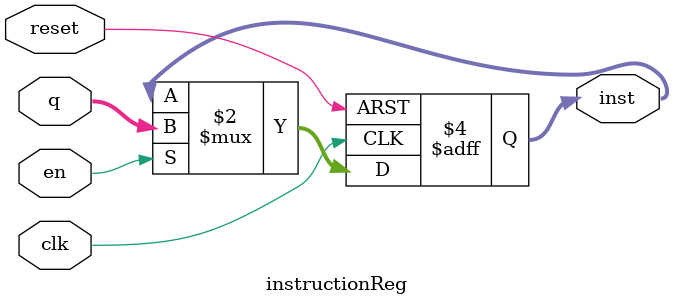
<source format=v>
module instructionReg(input [23:0]  q, input clk, reset, en, output reg [23:0] inst);
	
always @(posedge clk, posedge reset)
begin
	if(reset)
		inst <= 24'd0;
	else if(en)
		inst<= q;
end

endmodule
</source>
